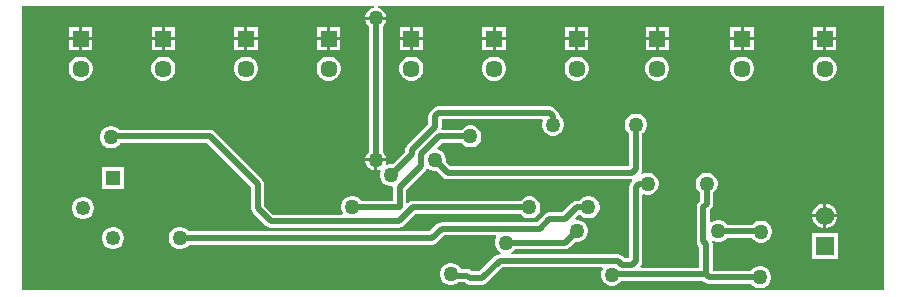
<source format=gbl>
G04*
G04 #@! TF.GenerationSoftware,Altium Limited,Altium Designer,21.3.2 (30)*
G04*
G04 Layer_Physical_Order=2*
G04 Layer_Color=16711680*
%FSLAX44Y44*%
%MOMM*%
G71*
G04*
G04 #@! TF.SameCoordinates,17D3A228-CD5A-42E2-9B72-4466C132A87E*
G04*
G04*
G04 #@! TF.FilePolarity,Positive*
G04*
G01*
G75*
%ADD24C,1.2500*%
%ADD25R,1.2500X1.2500*%
%ADD26C,1.4500*%
%ADD27R,1.4500X1.4500*%
%ADD28C,1.5700*%
%ADD29R,1.5700X1.5700*%
%ADD31C,0.5000*%
%ADD32C,1.2700*%
G36*
X730000Y0D02*
X0D01*
Y240000D01*
X298065D01*
X298232Y238730D01*
X296569Y238284D01*
X294541Y237114D01*
X292886Y235459D01*
X291716Y233431D01*
X291137Y231270D01*
X308863D01*
X308284Y233431D01*
X307114Y235459D01*
X305459Y237114D01*
X303431Y238284D01*
X301768Y238730D01*
X301935Y240000D01*
X730000D01*
Y0D01*
D02*
G37*
%LPC*%
G36*
X547971Y222490D02*
X539451D01*
Y213970D01*
X547971D01*
Y222490D01*
D02*
G37*
G36*
X536911D02*
X528391D01*
Y213970D01*
X536911D01*
Y222490D01*
D02*
G37*
G36*
X479790Y222490D02*
X471270D01*
Y213970D01*
X479790D01*
Y222490D01*
D02*
G37*
G36*
X468730D02*
X460210D01*
Y213970D01*
X468730D01*
Y222490D01*
D02*
G37*
G36*
X689790D02*
X681270D01*
Y213970D01*
X689790D01*
Y222490D01*
D02*
G37*
G36*
X339790D02*
X331270D01*
Y213970D01*
X339790D01*
Y222490D01*
D02*
G37*
G36*
X269790D02*
X261270D01*
Y213970D01*
X269790D01*
Y222490D01*
D02*
G37*
G36*
X129790D02*
X121270D01*
Y213970D01*
X129790D01*
Y222490D01*
D02*
G37*
G36*
X59790D02*
X51270D01*
Y213970D01*
X59790D01*
Y222490D01*
D02*
G37*
G36*
X328730D02*
X320210D01*
Y213970D01*
X328730D01*
Y222490D01*
D02*
G37*
G36*
X258730D02*
X250210D01*
Y213970D01*
X258730D01*
Y222490D01*
D02*
G37*
G36*
X118730D02*
X110210D01*
Y213970D01*
X118730D01*
Y222490D01*
D02*
G37*
G36*
X48730D02*
X40210D01*
Y213970D01*
X48730D01*
Y222490D01*
D02*
G37*
G36*
X678730D02*
X670210D01*
Y213970D01*
X678730D01*
Y222490D01*
D02*
G37*
G36*
X409790D02*
X401270D01*
Y213970D01*
X409790D01*
Y222490D01*
D02*
G37*
G36*
X199790D02*
X191270D01*
Y213970D01*
X199790D01*
Y222490D01*
D02*
G37*
G36*
X188730D02*
X180210D01*
Y213970D01*
X188730D01*
Y222490D01*
D02*
G37*
G36*
X398730D02*
X390210D01*
Y213970D01*
X398730D01*
Y222490D01*
D02*
G37*
G36*
X619790D02*
X611270D01*
Y213970D01*
X619790D01*
Y222490D01*
D02*
G37*
G36*
X608730D02*
X600210D01*
Y213970D01*
X608730D01*
Y222490D01*
D02*
G37*
G36*
X547971Y211430D02*
X539451D01*
Y202910D01*
X547971D01*
Y211430D01*
D02*
G37*
G36*
X536911D02*
X528391D01*
Y202910D01*
X536911D01*
Y211430D01*
D02*
G37*
G36*
X689790Y211430D02*
X681270D01*
Y202910D01*
X689790D01*
Y211430D01*
D02*
G37*
G36*
X678730D02*
X670210D01*
Y202910D01*
X678730D01*
Y211430D01*
D02*
G37*
G36*
X619790Y211430D02*
X611270D01*
Y202910D01*
X619790D01*
Y211430D01*
D02*
G37*
G36*
X608730D02*
X600210D01*
Y202910D01*
X608730D01*
Y211430D01*
D02*
G37*
G36*
X479790Y211430D02*
X471270D01*
Y202910D01*
X479790D01*
Y211430D01*
D02*
G37*
G36*
X468730D02*
X460210D01*
Y202910D01*
X468730D01*
Y211430D01*
D02*
G37*
G36*
X409790Y211430D02*
X401270D01*
Y202910D01*
X409790D01*
Y211430D01*
D02*
G37*
G36*
X398730D02*
X390210D01*
Y202910D01*
X398730D01*
Y211430D01*
D02*
G37*
G36*
X339790Y211430D02*
X331270D01*
Y202910D01*
X339790D01*
Y211430D01*
D02*
G37*
G36*
X328730D02*
X320210D01*
Y202910D01*
X328730D01*
Y211430D01*
D02*
G37*
G36*
X269790D02*
X261270D01*
Y202910D01*
X269790D01*
Y211430D01*
D02*
G37*
G36*
X258730D02*
X250210D01*
Y202910D01*
X258730D01*
Y211430D01*
D02*
G37*
G36*
X199790Y211430D02*
X191270D01*
Y202910D01*
X199790D01*
Y211430D01*
D02*
G37*
G36*
X188730D02*
X180210D01*
Y202910D01*
X188730D01*
Y211430D01*
D02*
G37*
G36*
X129790Y211430D02*
X121270D01*
Y202910D01*
X129790D01*
Y211430D01*
D02*
G37*
G36*
X118730D02*
X110210D01*
Y202910D01*
X118730D01*
Y211430D01*
D02*
G37*
G36*
X59790D02*
X51270D01*
Y202910D01*
X59790D01*
Y211430D01*
D02*
G37*
G36*
X48730D02*
X40210D01*
Y202910D01*
X48730D01*
Y211430D01*
D02*
G37*
G36*
X539530Y197550D02*
X536831D01*
X534224Y196852D01*
X531887Y195502D01*
X529979Y193594D01*
X528629Y191256D01*
X527931Y188650D01*
Y185951D01*
X528629Y183344D01*
X529979Y181006D01*
X531887Y179098D01*
X534224Y177749D01*
X536831Y177050D01*
X539530D01*
X542137Y177749D01*
X544474Y179098D01*
X546383Y181006D01*
X547732Y183344D01*
X548431Y185951D01*
Y188650D01*
X547732Y191256D01*
X546383Y193594D01*
X544474Y195502D01*
X542137Y196852D01*
X539530Y197550D01*
D02*
G37*
G36*
X681349Y197550D02*
X678651D01*
X676044Y196852D01*
X673706Y195502D01*
X671798Y193594D01*
X670449Y191256D01*
X669750Y188649D01*
Y185951D01*
X670449Y183344D01*
X671798Y181006D01*
X673706Y179098D01*
X676044Y177749D01*
X678651Y177050D01*
X681349D01*
X683956Y177749D01*
X686294Y179098D01*
X688202Y181006D01*
X689551Y183344D01*
X690250Y185951D01*
Y188649D01*
X689551Y191256D01*
X688202Y193594D01*
X686294Y195502D01*
X683956Y196852D01*
X681349Y197550D01*
D02*
G37*
G36*
X611349D02*
X608651D01*
X606044Y196852D01*
X603706Y195502D01*
X601798Y193594D01*
X600448Y191256D01*
X599750Y188649D01*
Y185951D01*
X600448Y183344D01*
X601798Y181006D01*
X603706Y179098D01*
X606044Y177749D01*
X608651Y177050D01*
X611349D01*
X613956Y177749D01*
X616294Y179098D01*
X618202Y181006D01*
X619552Y183344D01*
X620250Y185951D01*
Y188649D01*
X619552Y191256D01*
X618202Y193594D01*
X616294Y195502D01*
X613956Y196852D01*
X611349Y197550D01*
D02*
G37*
G36*
X471349D02*
X468651D01*
X466044Y196852D01*
X463706Y195502D01*
X461798Y193594D01*
X460448Y191256D01*
X459750Y188649D01*
Y185951D01*
X460448Y183344D01*
X461798Y181006D01*
X463706Y179098D01*
X466044Y177749D01*
X468651Y177050D01*
X471349D01*
X473956Y177749D01*
X476294Y179098D01*
X478202Y181006D01*
X479552Y183344D01*
X480250Y185951D01*
Y188649D01*
X479552Y191256D01*
X478202Y193594D01*
X476294Y195502D01*
X473956Y196852D01*
X471349Y197550D01*
D02*
G37*
G36*
X401349D02*
X398651D01*
X396044Y196852D01*
X393706Y195502D01*
X391798Y193594D01*
X390448Y191256D01*
X389750Y188649D01*
Y185951D01*
X390448Y183344D01*
X391798Y181006D01*
X393706Y179098D01*
X396044Y177749D01*
X398651Y177050D01*
X401349D01*
X403956Y177749D01*
X406294Y179098D01*
X408202Y181006D01*
X409552Y183344D01*
X410250Y185951D01*
Y188649D01*
X409552Y191256D01*
X408202Y193594D01*
X406294Y195502D01*
X403956Y196852D01*
X401349Y197550D01*
D02*
G37*
G36*
X331349D02*
X328651D01*
X326044Y196852D01*
X323706Y195502D01*
X321798Y193594D01*
X320448Y191256D01*
X319750Y188649D01*
Y185951D01*
X320448Y183344D01*
X321798Y181006D01*
X323706Y179098D01*
X326044Y177749D01*
X328651Y177050D01*
X331349D01*
X333956Y177749D01*
X336294Y179098D01*
X338202Y181006D01*
X339552Y183344D01*
X340250Y185951D01*
Y188649D01*
X339552Y191256D01*
X338202Y193594D01*
X336294Y195502D01*
X333956Y196852D01*
X331349Y197550D01*
D02*
G37*
G36*
X261349D02*
X258651D01*
X256044Y196852D01*
X253706Y195502D01*
X251798Y193594D01*
X250448Y191256D01*
X249750Y188649D01*
Y185951D01*
X250448Y183344D01*
X251798Y181006D01*
X253706Y179098D01*
X256044Y177749D01*
X258651Y177050D01*
X261349D01*
X263956Y177749D01*
X266294Y179098D01*
X268202Y181006D01*
X269552Y183344D01*
X270250Y185951D01*
Y188649D01*
X269552Y191256D01*
X268202Y193594D01*
X266294Y195502D01*
X263956Y196852D01*
X261349Y197550D01*
D02*
G37*
G36*
X191349D02*
X188651D01*
X186044Y196852D01*
X183706Y195502D01*
X181798Y193594D01*
X180448Y191256D01*
X179750Y188649D01*
Y185951D01*
X180448Y183344D01*
X181798Y181006D01*
X183706Y179098D01*
X186044Y177749D01*
X188651Y177050D01*
X191349D01*
X193956Y177749D01*
X196294Y179098D01*
X198202Y181006D01*
X199552Y183344D01*
X200250Y185951D01*
Y188649D01*
X199552Y191256D01*
X198202Y193594D01*
X196294Y195502D01*
X193956Y196852D01*
X191349Y197550D01*
D02*
G37*
G36*
X121349D02*
X118651D01*
X116044Y196852D01*
X113706Y195502D01*
X111798Y193594D01*
X110449Y191256D01*
X109750Y188649D01*
Y185951D01*
X110449Y183344D01*
X111798Y181006D01*
X113706Y179098D01*
X116044Y177749D01*
X118651Y177050D01*
X121349D01*
X123956Y177749D01*
X126294Y179098D01*
X128202Y181006D01*
X129551Y183344D01*
X130250Y185951D01*
Y188649D01*
X129551Y191256D01*
X128202Y193594D01*
X126294Y195502D01*
X123956Y196852D01*
X121349Y197550D01*
D02*
G37*
G36*
X51349D02*
X48651D01*
X46044Y196852D01*
X43706Y195502D01*
X41798Y193594D01*
X40448Y191256D01*
X39750Y188649D01*
Y185951D01*
X40448Y183344D01*
X41798Y181006D01*
X43706Y179098D01*
X46044Y177749D01*
X48651Y177050D01*
X51349D01*
X53956Y177749D01*
X56294Y179098D01*
X58202Y181006D01*
X59552Y183344D01*
X60250Y185951D01*
Y188649D01*
X59552Y191256D01*
X58202Y193594D01*
X56294Y195502D01*
X53956Y196852D01*
X51349Y197550D01*
D02*
G37*
G36*
X308863Y228730D02*
X291137D01*
X291716Y226569D01*
X292886Y224541D01*
X294392Y223036D01*
Y116964D01*
X292885Y115458D01*
X291715Y113430D01*
X291136Y111269D01*
X308862D01*
X308283Y113430D01*
X307113Y115458D01*
X305607Y116963D01*
Y223035D01*
X307114Y224541D01*
X308284Y226569D01*
X308863Y228730D01*
D02*
G37*
G36*
X447071Y155608D02*
X352929D01*
X350783Y155181D01*
X348964Y153965D01*
X346035Y151036D01*
X344819Y149217D01*
X344392Y147071D01*
Y140395D01*
X326185Y122187D01*
X324969Y120368D01*
X324542Y118222D01*
Y117075D01*
X314079Y106611D01*
X313930Y106651D01*
X311468D01*
X309405Y106098D01*
X309395Y106102D01*
X308649Y106731D01*
X308425Y107096D01*
X308862Y108729D01*
X301269D01*
Y101136D01*
X302903Y101573D01*
X303266Y101351D01*
X303896Y100606D01*
X303901Y100593D01*
X303349Y98532D01*
Y96070D01*
X303986Y93692D01*
X305217Y91560D01*
X306958Y89819D01*
X309090Y88588D01*
X311468Y87951D01*
X313272D01*
X314219Y87207D01*
X314392Y86760D01*
Y75608D01*
X287559D01*
X287482Y75741D01*
X285741Y77482D01*
X283609Y78713D01*
X281231Y79350D01*
X278769D01*
X276391Y78713D01*
X274259Y77482D01*
X272518Y75741D01*
X271287Y73609D01*
X270650Y71231D01*
Y68769D01*
X271287Y66391D01*
X272074Y65028D01*
X271341Y63758D01*
X213102D01*
X205608Y71252D01*
Y89446D01*
X205181Y91592D01*
X203965Y93411D01*
X163411Y133965D01*
X161592Y135181D01*
X159446Y135608D01*
X82607D01*
X81483Y136731D01*
X79351Y137962D01*
X76973Y138600D01*
X74511D01*
X72133Y137962D01*
X70001Y136731D01*
X68261Y134991D01*
X67030Y132858D01*
X66392Y130480D01*
Y128019D01*
X67030Y125641D01*
X68261Y123509D01*
X70001Y121768D01*
X72133Y120537D01*
X74511Y119900D01*
X76973D01*
X79351Y120537D01*
X81483Y121768D01*
X83224Y123509D01*
X83735Y124392D01*
X157123D01*
X194392Y87123D01*
Y68929D01*
X194819Y66783D01*
X196035Y64964D01*
X206814Y54185D01*
X208633Y52969D01*
X210779Y52542D01*
X319464D01*
X321610Y52969D01*
X323429Y54185D01*
X333486Y64242D01*
X422441D01*
X422518Y64109D01*
X424259Y62368D01*
X426391Y61137D01*
X428769Y60500D01*
X431231D01*
X433609Y61137D01*
X435741Y62368D01*
X437482Y64109D01*
X438713Y66241D01*
X439350Y68619D01*
Y71081D01*
X438713Y73459D01*
X437482Y75591D01*
X435741Y77332D01*
X433609Y78563D01*
X431231Y79200D01*
X428769D01*
X426391Y78563D01*
X424259Y77332D01*
X422518Y75591D01*
X422441Y75458D01*
X331164D01*
X329018Y75031D01*
X327198Y73815D01*
X326781Y73398D01*
X325608Y73884D01*
Y84748D01*
X342115Y101256D01*
X342760Y102221D01*
X344259Y102518D01*
X346391Y101287D01*
X348769Y100650D01*
X351231D01*
X351380Y100690D01*
X356834Y95236D01*
X358653Y94020D01*
X360799Y93593D01*
X516796D01*
X517222Y92931D01*
X517353Y92354D01*
X516035Y91036D01*
X514819Y89217D01*
X514392Y87071D01*
Y26788D01*
X510830D01*
X508874Y28744D01*
X507054Y29960D01*
X504908Y30387D01*
X414589D01*
X414249Y31657D01*
X415741Y32518D01*
X417482Y34259D01*
X417559Y34392D01*
X460000D01*
X462146Y34819D01*
X463965Y36035D01*
X468620Y40690D01*
X468769Y40650D01*
X471231D01*
X473609Y41287D01*
X475741Y42518D01*
X477482Y44259D01*
X478713Y46391D01*
X479350Y48769D01*
Y51231D01*
X478713Y53609D01*
X477482Y55741D01*
X475741Y57482D01*
X473609Y58713D01*
X471231Y59350D01*
X469077D01*
X468396Y60465D01*
X471495Y63565D01*
X472518Y64259D01*
X474259Y62518D01*
X476391Y61287D01*
X478769Y60650D01*
X481231D01*
X483609Y61287D01*
X485741Y62518D01*
X487482Y64259D01*
X488713Y66391D01*
X489350Y68769D01*
Y71231D01*
X488713Y73609D01*
X487482Y75741D01*
X485741Y77482D01*
X483609Y78713D01*
X481231Y79350D01*
X478769D01*
X476391Y78713D01*
X474259Y77482D01*
X472518Y75741D01*
X472441Y75608D01*
X470000D01*
X467854Y75181D01*
X466035Y73965D01*
X457677Y65608D01*
X446790D01*
X444644Y65181D01*
X442825Y63965D01*
X436317Y57458D01*
X355593D01*
X353447Y57031D01*
X351627Y55815D01*
X345343Y49531D01*
X141482D01*
X141405Y49664D01*
X139664Y51405D01*
X137532Y52636D01*
X135154Y53273D01*
X132692D01*
X130314Y52636D01*
X128182Y51405D01*
X126441Y49664D01*
X125210Y47532D01*
X124573Y45154D01*
Y42692D01*
X125210Y40314D01*
X126441Y38182D01*
X128182Y36441D01*
X130314Y35210D01*
X132692Y34573D01*
X135154D01*
X137532Y35210D01*
X139664Y36441D01*
X141405Y38182D01*
X141482Y38315D01*
X347666D01*
X349812Y38742D01*
X351631Y39958D01*
X357915Y46242D01*
X401341D01*
X402074Y44972D01*
X401287Y43609D01*
X400650Y41231D01*
Y38769D01*
X401287Y36391D01*
X402518Y34259D01*
X404259Y32518D01*
X405751Y31657D01*
X405411Y30387D01*
X404779D01*
X402633Y29960D01*
X400814Y28744D01*
X387677Y15608D01*
X381864D01*
X381314Y16157D01*
X379495Y17373D01*
X377349Y17800D01*
X371813D01*
X370981Y19240D01*
X369240Y20981D01*
X367108Y22212D01*
X364730Y22849D01*
X362268D01*
X359890Y22212D01*
X357758Y20981D01*
X356017Y19240D01*
X354786Y17108D01*
X354149Y14730D01*
Y12268D01*
X354786Y9890D01*
X356017Y7758D01*
X357758Y6017D01*
X359890Y4786D01*
X362268Y4149D01*
X364730D01*
X367108Y4786D01*
X369240Y6017D01*
X369807Y6584D01*
X375026D01*
X375576Y6035D01*
X377395Y4819D01*
X379541Y4392D01*
X390000D01*
X392146Y4819D01*
X393965Y6035D01*
X407102Y19171D01*
X491341D01*
X492074Y17901D01*
X491287Y16538D01*
X490650Y14160D01*
Y11698D01*
X491287Y9320D01*
X492518Y7188D01*
X494259Y5447D01*
X496391Y4216D01*
X498769Y3579D01*
X501231D01*
X503609Y4216D01*
X505741Y5447D01*
X507482Y7188D01*
X507704Y7573D01*
X577119D01*
X577972Y6719D01*
X579792Y5503D01*
X581938Y5077D01*
X617715D01*
X617792Y4943D01*
X619533Y3202D01*
X621665Y1971D01*
X624043Y1334D01*
X626505D01*
X628882Y1971D01*
X631015Y3202D01*
X632755Y4943D01*
X633986Y7075D01*
X634624Y9453D01*
Y11915D01*
X633986Y14293D01*
X632755Y16425D01*
X631015Y18166D01*
X628882Y19397D01*
X626505Y20034D01*
X624043D01*
X621665Y19397D01*
X619533Y18166D01*
X617792Y16425D01*
X617715Y16292D01*
X585049D01*
Y38734D01*
X584631Y40837D01*
X584741Y40994D01*
X585555Y41770D01*
X586391Y41287D01*
X588769Y40650D01*
X591231D01*
X593609Y41287D01*
X595741Y42518D01*
X597294Y44071D01*
X618287D01*
X618550Y43616D01*
X620291Y41875D01*
X622423Y40644D01*
X624801Y40007D01*
X627263D01*
X629641Y40644D01*
X631773Y41875D01*
X633513Y43616D01*
X634744Y45748D01*
X635382Y48126D01*
Y50588D01*
X634744Y52966D01*
X633513Y55098D01*
X631773Y56839D01*
X629641Y58070D01*
X627263Y58707D01*
X624801D01*
X622423Y58070D01*
X620291Y56839D01*
X618738Y55286D01*
X597744D01*
X597482Y55741D01*
X595741Y57482D01*
X593609Y58713D01*
X591231Y59350D01*
X588769D01*
X586391Y58713D01*
X584259Y57482D01*
X583852Y57075D01*
X582679Y57561D01*
Y67677D01*
X583965Y68964D01*
X585181Y70783D01*
X585608Y72929D01*
Y82441D01*
X585741Y82518D01*
X587482Y84259D01*
X588713Y86391D01*
X589350Y88769D01*
Y91231D01*
X588713Y93609D01*
X587482Y95741D01*
X585741Y97482D01*
X583609Y98713D01*
X581231Y99350D01*
X578769D01*
X576391Y98713D01*
X574259Y97482D01*
X572518Y95741D01*
X571287Y93609D01*
X570650Y91231D01*
Y88769D01*
X571287Y86391D01*
X572518Y84259D01*
X574259Y82518D01*
X574392Y82441D01*
Y75252D01*
X573106Y73965D01*
X571890Y72146D01*
X571463Y70000D01*
Y41104D01*
X571890Y38958D01*
X573106Y37139D01*
X573834Y36411D01*
Y18788D01*
X524269D01*
X523783Y19962D01*
X523965Y20144D01*
X525181Y21964D01*
X525608Y24109D01*
Y80409D01*
X526878Y81157D01*
X528769Y80650D01*
X531231D01*
X533609Y81287D01*
X535741Y82518D01*
X537482Y84259D01*
X538713Y86391D01*
X539350Y88769D01*
Y91231D01*
X538713Y93609D01*
X537482Y95741D01*
X535741Y97482D01*
X533609Y98713D01*
X531231Y99350D01*
X528769D01*
X526391Y98713D01*
X525525Y98213D01*
X524633Y99164D01*
X525181Y99984D01*
X525608Y102130D01*
Y132441D01*
X525741Y132518D01*
X527482Y134259D01*
X528713Y136391D01*
X529350Y138769D01*
Y141231D01*
X528713Y143609D01*
X527482Y145741D01*
X525741Y147482D01*
X523609Y148713D01*
X521231Y149350D01*
X518769D01*
X516391Y148713D01*
X514259Y147482D01*
X512518Y145741D01*
X511287Y143609D01*
X510650Y141231D01*
Y138769D01*
X511287Y136391D01*
X512518Y134259D01*
X514259Y132518D01*
X514392Y132441D01*
Y104809D01*
X363122D01*
X359310Y108620D01*
X359350Y108769D01*
Y111231D01*
X358713Y113609D01*
X357482Y115741D01*
X355741Y117482D01*
X353609Y118713D01*
X352089Y119120D01*
X351709Y120537D01*
X355564Y124392D01*
X372441D01*
X372518Y124259D01*
X374259Y122518D01*
X376391Y121287D01*
X378769Y120650D01*
X381231D01*
X383609Y121287D01*
X385741Y122518D01*
X387482Y124259D01*
X388713Y126391D01*
X389350Y128769D01*
Y131231D01*
X388713Y133609D01*
X387482Y135741D01*
X385741Y137482D01*
X383609Y138713D01*
X381231Y139350D01*
X378769D01*
X376391Y138713D01*
X374259Y137482D01*
X372518Y135741D01*
X372441Y135608D01*
X356379D01*
X355370Y136878D01*
X355608Y138072D01*
Y144392D01*
X440409D01*
X441157Y143122D01*
X440650Y141231D01*
Y138769D01*
X441287Y136391D01*
X442518Y134259D01*
X444259Y132518D01*
X446391Y131287D01*
X448769Y130650D01*
X451231D01*
X453609Y131287D01*
X455741Y132518D01*
X457482Y134259D01*
X458713Y136391D01*
X459350Y138769D01*
Y141231D01*
X458713Y143609D01*
X457482Y145741D01*
X455741Y147482D01*
X455498Y147622D01*
X455181Y149217D01*
X453965Y151036D01*
X451036Y153965D01*
X449217Y155181D01*
X447071Y155608D01*
D02*
G37*
G36*
X298729Y108729D02*
X291136D01*
X291715Y106568D01*
X292885Y104540D01*
X294540Y102885D01*
X296568Y101715D01*
X298729Y101136D01*
Y108729D01*
D02*
G37*
G36*
X86773Y103973D02*
X68273D01*
Y85473D01*
X86773D01*
Y103973D01*
D02*
G37*
G36*
X681368Y73090D02*
X681270D01*
Y63970D01*
X690390D01*
Y64068D01*
X689682Y66710D01*
X688314Y69080D01*
X686380Y71014D01*
X684010Y72382D01*
X681368Y73090D01*
D02*
G37*
G36*
X678730D02*
X678632D01*
X675990Y72382D01*
X673620Y71014D01*
X671686Y69080D01*
X670318Y66710D01*
X669610Y64068D01*
Y63970D01*
X678730D01*
Y73090D01*
D02*
G37*
G36*
X53341Y78573D02*
X50905D01*
X48553Y77943D01*
X46443Y76725D01*
X44721Y75003D01*
X43503Y72893D01*
X42873Y70541D01*
Y68105D01*
X43503Y65753D01*
X44721Y63643D01*
X46443Y61921D01*
X48553Y60703D01*
X50905Y60073D01*
X53341D01*
X55693Y60703D01*
X57803Y61921D01*
X59525Y63643D01*
X60743Y65753D01*
X61373Y68105D01*
Y70541D01*
X60743Y72893D01*
X59525Y75003D01*
X57803Y76725D01*
X55693Y77943D01*
X53341Y78573D01*
D02*
G37*
G36*
X690390Y61430D02*
X681270D01*
Y52310D01*
X681368D01*
X684010Y53018D01*
X686380Y54386D01*
X688314Y56320D01*
X689682Y58690D01*
X690390Y61332D01*
Y61430D01*
D02*
G37*
G36*
X678730D02*
X669610D01*
Y61332D01*
X670318Y58690D01*
X671686Y56320D01*
X673620Y54386D01*
X675990Y53018D01*
X678632Y52310D01*
X678730D01*
Y61430D01*
D02*
G37*
G36*
X78741Y53173D02*
X76305D01*
X73953Y52543D01*
X71843Y51325D01*
X70121Y49603D01*
X68903Y47493D01*
X68273Y45141D01*
Y42705D01*
X68903Y40353D01*
X70121Y38243D01*
X71843Y36521D01*
X73953Y35303D01*
X76305Y34673D01*
X78741D01*
X81093Y35303D01*
X83203Y36521D01*
X84925Y38243D01*
X86143Y40353D01*
X86773Y42705D01*
Y45141D01*
X86143Y47493D01*
X84925Y49603D01*
X83203Y51325D01*
X81093Y52543D01*
X78741Y53173D01*
D02*
G37*
G36*
X690850Y48150D02*
X669150D01*
Y26450D01*
X690850D01*
Y48150D01*
D02*
G37*
%LPD*%
D24*
X52123Y69323D02*
D03*
X77523Y43923D02*
D03*
D25*
Y94723D02*
D03*
D26*
X680000Y187300D02*
D03*
X610000D02*
D03*
X538181Y187300D02*
D03*
X470000Y187300D02*
D03*
X400000D02*
D03*
X330000D02*
D03*
X260000D02*
D03*
X190000D02*
D03*
X120000D02*
D03*
X50000D02*
D03*
D27*
X680000Y212700D02*
D03*
X610000D02*
D03*
X538181Y212700D02*
D03*
X470000Y212700D02*
D03*
X400000D02*
D03*
X330000D02*
D03*
X260000D02*
D03*
X190000D02*
D03*
X120000D02*
D03*
X50000D02*
D03*
D28*
X680000Y62700D02*
D03*
D29*
Y37300D02*
D03*
D31*
X300000Y230000D02*
X300000Y230000D01*
X300000Y110000D02*
Y230000D01*
X299999Y109999D02*
X300000Y110000D01*
X330150Y118222D02*
X350000Y138072D01*
X312699Y97301D02*
X330150Y114752D01*
Y118222D01*
X331164Y69850D02*
X430000D01*
X319464Y58150D02*
X331164Y69850D01*
X520000Y102130D02*
Y140000D01*
X517071Y99201D02*
X520000Y102130D01*
X360799Y99201D02*
X517071D01*
X350000Y110000D02*
X360799Y99201D01*
X347666Y43923D02*
X355593Y51850D01*
X438640D02*
X446790Y60000D01*
X355593Y51850D02*
X438640D01*
X75742Y129250D02*
X76493Y130000D01*
X159446D01*
X200000Y89446D01*
X353242Y130000D02*
X380000D01*
X338150Y105221D02*
Y114908D01*
X320000Y87071D02*
X338150Y105221D01*
Y114908D02*
X353242Y130000D01*
X350000Y138072D02*
Y147071D01*
X470000Y70000D02*
X480000D01*
X460000Y60000D02*
X470000Y70000D01*
X446790Y60000D02*
X460000D01*
X210779Y58150D02*
X319464D01*
X460000Y40000D02*
X470000Y50000D01*
X410000Y40000D02*
X460000D01*
X200000Y68929D02*
Y89446D01*
Y68929D02*
X210779Y58150D01*
X590321Y49679D02*
X625710D01*
X590000Y50000D02*
X590321Y49679D01*
X625710D02*
X626032Y49357D01*
X579441Y13181D02*
X581938Y10684D01*
X625274D01*
X577071Y41104D02*
X579441Y38734D01*
X577071Y41104D02*
Y70000D01*
X580000Y72929D01*
Y90000D01*
X579441Y13181D02*
Y38734D01*
X133923Y43923D02*
X347666D01*
X390000Y10000D02*
X404779Y24779D01*
X504908D01*
X280000Y70000D02*
X320000D01*
X377349Y12192D02*
X379541Y10000D01*
X363499Y13499D02*
X364806Y12192D01*
X377349D01*
X379541Y10000D02*
X390000D01*
X508507Y21181D02*
X517071D01*
X504908Y24779D02*
X508507Y21181D01*
X520000Y24109D02*
Y87071D01*
X517071Y21181D02*
X520000Y24109D01*
Y87071D02*
X522929Y90000D01*
X530000D01*
X320000Y70000D02*
Y87071D01*
X350000Y147071D02*
X352929Y150000D01*
X447071D01*
X450000Y140000D02*
Y147071D01*
X447071Y150000D02*
X450000Y147071D01*
X500252Y13181D02*
X579441D01*
X500000Y12929D02*
X500252Y13181D01*
D32*
X299999Y109999D02*
D03*
X312699Y97301D02*
D03*
X430000Y69850D02*
D03*
X75742Y129250D02*
D03*
X350000Y110000D02*
D03*
X470000Y50000D02*
D03*
X626032Y49357D02*
D03*
X625274Y10684D02*
D03*
X590000Y50000D02*
D03*
X410000Y40000D02*
D03*
X480000Y70000D02*
D03*
X280000D02*
D03*
X133923Y43923D02*
D03*
X530000Y90000D02*
D03*
X363499Y13499D02*
D03*
X300000Y230000D02*
D03*
X380000Y130000D02*
D03*
X520000Y140000D02*
D03*
X450000D02*
D03*
X580000Y90000D02*
D03*
X500000Y12929D02*
D03*
M02*

</source>
